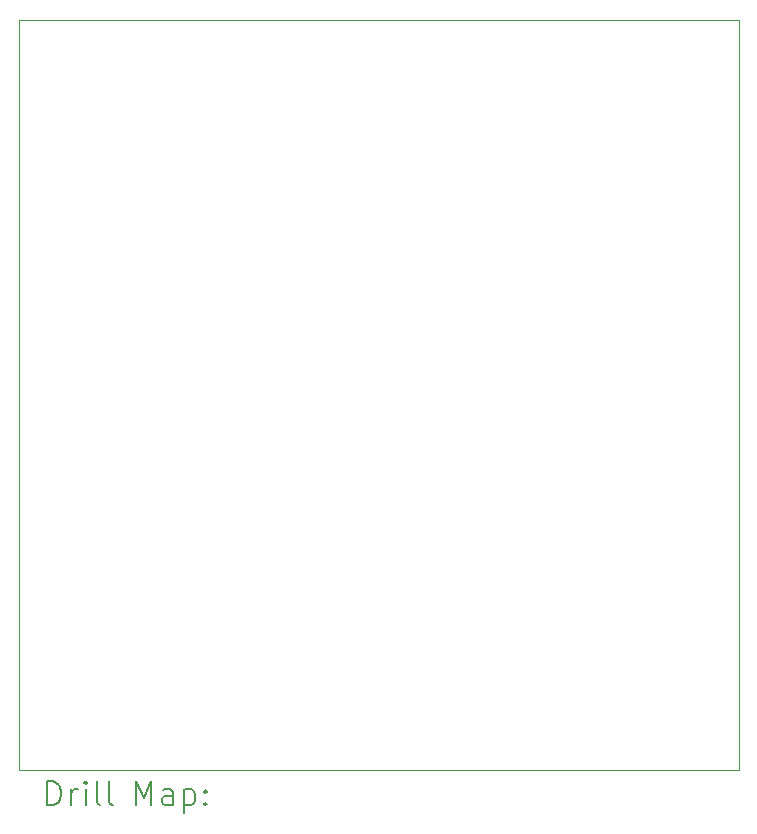
<source format=gbr>
%TF.GenerationSoftware,KiCad,Pcbnew,(7.0.0)*%
%TF.CreationDate,2023-02-28T14:37:41-05:00*%
%TF.ProjectId,8bc_clock_4,3862635f-636c-46f6-936b-5f342e6b6963,rev?*%
%TF.SameCoordinates,Original*%
%TF.FileFunction,Drillmap*%
%TF.FilePolarity,Positive*%
%FSLAX45Y45*%
G04 Gerber Fmt 4.5, Leading zero omitted, Abs format (unit mm)*
G04 Created by KiCad (PCBNEW (7.0.0)) date 2023-02-28 14:37:41*
%MOMM*%
%LPD*%
G01*
G04 APERTURE LIST*
%ADD10C,0.100000*%
%ADD11C,0.200000*%
G04 APERTURE END LIST*
D10*
X10414000Y-5080000D02*
X16510000Y-5080000D01*
X16510000Y-5080000D02*
X16510000Y-11430000D01*
X16510000Y-11430000D02*
X10414000Y-11430000D01*
X10414000Y-11430000D02*
X10414000Y-5080000D01*
D11*
X10656619Y-11728476D02*
X10656619Y-11528476D01*
X10656619Y-11528476D02*
X10704238Y-11528476D01*
X10704238Y-11528476D02*
X10732810Y-11538000D01*
X10732810Y-11538000D02*
X10751857Y-11557048D01*
X10751857Y-11557048D02*
X10761381Y-11576095D01*
X10761381Y-11576095D02*
X10770905Y-11614190D01*
X10770905Y-11614190D02*
X10770905Y-11642762D01*
X10770905Y-11642762D02*
X10761381Y-11680857D01*
X10761381Y-11680857D02*
X10751857Y-11699905D01*
X10751857Y-11699905D02*
X10732810Y-11718952D01*
X10732810Y-11718952D02*
X10704238Y-11728476D01*
X10704238Y-11728476D02*
X10656619Y-11728476D01*
X10856619Y-11728476D02*
X10856619Y-11595143D01*
X10856619Y-11633238D02*
X10866143Y-11614190D01*
X10866143Y-11614190D02*
X10875667Y-11604667D01*
X10875667Y-11604667D02*
X10894714Y-11595143D01*
X10894714Y-11595143D02*
X10913762Y-11595143D01*
X10980429Y-11728476D02*
X10980429Y-11595143D01*
X10980429Y-11528476D02*
X10970905Y-11538000D01*
X10970905Y-11538000D02*
X10980429Y-11547524D01*
X10980429Y-11547524D02*
X10989952Y-11538000D01*
X10989952Y-11538000D02*
X10980429Y-11528476D01*
X10980429Y-11528476D02*
X10980429Y-11547524D01*
X11104238Y-11728476D02*
X11085190Y-11718952D01*
X11085190Y-11718952D02*
X11075667Y-11699905D01*
X11075667Y-11699905D02*
X11075667Y-11528476D01*
X11209000Y-11728476D02*
X11189952Y-11718952D01*
X11189952Y-11718952D02*
X11180429Y-11699905D01*
X11180429Y-11699905D02*
X11180429Y-11528476D01*
X11405190Y-11728476D02*
X11405190Y-11528476D01*
X11405190Y-11528476D02*
X11471857Y-11671333D01*
X11471857Y-11671333D02*
X11538524Y-11528476D01*
X11538524Y-11528476D02*
X11538524Y-11728476D01*
X11719476Y-11728476D02*
X11719476Y-11623714D01*
X11719476Y-11623714D02*
X11709952Y-11604667D01*
X11709952Y-11604667D02*
X11690905Y-11595143D01*
X11690905Y-11595143D02*
X11652809Y-11595143D01*
X11652809Y-11595143D02*
X11633762Y-11604667D01*
X11719476Y-11718952D02*
X11700428Y-11728476D01*
X11700428Y-11728476D02*
X11652809Y-11728476D01*
X11652809Y-11728476D02*
X11633762Y-11718952D01*
X11633762Y-11718952D02*
X11624238Y-11699905D01*
X11624238Y-11699905D02*
X11624238Y-11680857D01*
X11624238Y-11680857D02*
X11633762Y-11661809D01*
X11633762Y-11661809D02*
X11652809Y-11652286D01*
X11652809Y-11652286D02*
X11700428Y-11652286D01*
X11700428Y-11652286D02*
X11719476Y-11642762D01*
X11814714Y-11595143D02*
X11814714Y-11795143D01*
X11814714Y-11604667D02*
X11833762Y-11595143D01*
X11833762Y-11595143D02*
X11871857Y-11595143D01*
X11871857Y-11595143D02*
X11890905Y-11604667D01*
X11890905Y-11604667D02*
X11900428Y-11614190D01*
X11900428Y-11614190D02*
X11909952Y-11633238D01*
X11909952Y-11633238D02*
X11909952Y-11690381D01*
X11909952Y-11690381D02*
X11900428Y-11709428D01*
X11900428Y-11709428D02*
X11890905Y-11718952D01*
X11890905Y-11718952D02*
X11871857Y-11728476D01*
X11871857Y-11728476D02*
X11833762Y-11728476D01*
X11833762Y-11728476D02*
X11814714Y-11718952D01*
X11995667Y-11709428D02*
X12005190Y-11718952D01*
X12005190Y-11718952D02*
X11995667Y-11728476D01*
X11995667Y-11728476D02*
X11986143Y-11718952D01*
X11986143Y-11718952D02*
X11995667Y-11709428D01*
X11995667Y-11709428D02*
X11995667Y-11728476D01*
X11995667Y-11604667D02*
X12005190Y-11614190D01*
X12005190Y-11614190D02*
X11995667Y-11623714D01*
X11995667Y-11623714D02*
X11986143Y-11614190D01*
X11986143Y-11614190D02*
X11995667Y-11604667D01*
X11995667Y-11604667D02*
X11995667Y-11623714D01*
M02*

</source>
